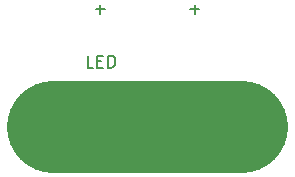
<source format=gto>
%TF.GenerationSoftware,KiCad,Pcbnew,4.0.5-e0-6337~49~ubuntu16.04.1*%
%TF.CreationDate,2017-01-18T12:46:27-08:00*%
%TF.ProjectId,2x3-LED-TH-5mm-Pitch-Magnet,3278332D4C45442D54482D356D6D2D50,1.0*%
%TF.FileFunction,Legend,Top*%
%FSLAX46Y46*%
G04 Gerber Fmt 4.6, Leading zero omitted, Abs format (unit mm)*
G04 Created by KiCad (PCBNEW 4.0.5-e0-6337~49~ubuntu16.04.1) date Wed Jan 18 12:46:27 2017*
%MOMM*%
%LPD*%
G01*
G04 APERTURE LIST*
%ADD10C,0.350000*%
%ADD11C,0.152400*%
%ADD12C,7.800000*%
%ADD13C,0.150000*%
G04 APERTURE END LIST*
D10*
D11*
X133204857Y-95836619D02*
X132721048Y-95836619D01*
X132721048Y-94820619D01*
X133543524Y-95304429D02*
X133882190Y-95304429D01*
X134027333Y-95836619D02*
X133543524Y-95836619D01*
X133543524Y-94820619D01*
X134027333Y-94820619D01*
X134462762Y-95836619D02*
X134462762Y-94820619D01*
X134704667Y-94820619D01*
X134849809Y-94869000D01*
X134946571Y-94965762D01*
X134994952Y-95062524D01*
X135043333Y-95256048D01*
X135043333Y-95401190D01*
X134994952Y-95594714D01*
X134946571Y-95691476D01*
X134849809Y-95788238D01*
X134704667Y-95836619D01*
X134462762Y-95836619D01*
D12*
X129796000Y-100838000D02*
X145796000Y-100838000D01*
D13*
X141415048Y-90909429D02*
X142176953Y-90909429D01*
X141796001Y-91290381D02*
X141796001Y-90528476D01*
X141415048Y-103909429D02*
X142176953Y-103909429D01*
X133415048Y-90909429D02*
X134176953Y-90909429D01*
X133796001Y-91290381D02*
X133796001Y-90528476D01*
M02*

</source>
